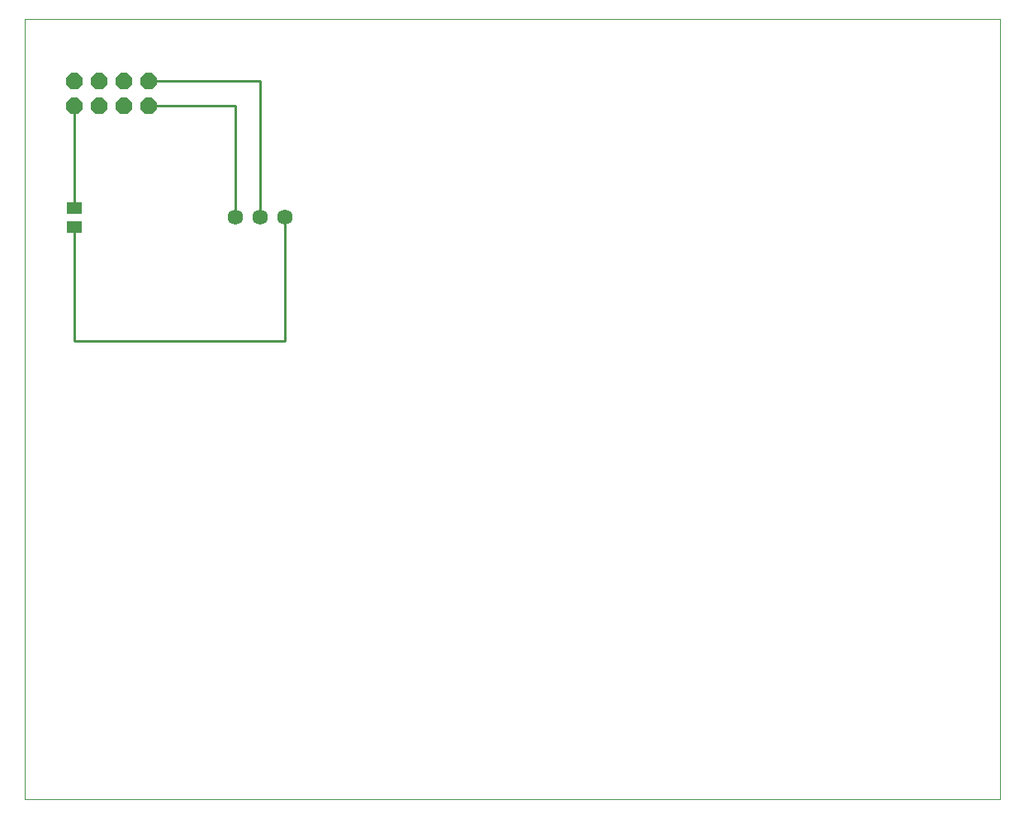
<source format=gtl>
G75*
%MOIN*%
%OFA0B0*%
%FSLAX25Y25*%
%IPPOS*%
%LPD*%
%AMOC8*
5,1,8,0,0,1.08239X$1,22.5*
%
%ADD10C,0.00000*%
%ADD11C,0.06260*%
%ADD12OC8,0.06600*%
%ADD13R,0.05906X0.05118*%
%ADD14C,0.01000*%
D10*
X0001000Y0001000D02*
X0001000Y0315961D01*
X0394701Y0315961D01*
X0394701Y0001000D01*
X0001000Y0001000D01*
D11*
X0086000Y0236000D03*
X0096000Y0236000D03*
X0106000Y0236000D03*
D12*
X0051000Y0281000D03*
X0041000Y0281000D03*
X0041000Y0291000D03*
X0051000Y0291000D03*
X0031000Y0291000D03*
X0021000Y0291000D03*
X0021000Y0281000D03*
X0031000Y0281000D03*
D13*
X0021000Y0239740D03*
X0021000Y0232260D03*
D14*
X0021000Y0186000D01*
X0106000Y0186000D01*
X0106000Y0236000D01*
X0096000Y0236000D02*
X0096000Y0291000D01*
X0051000Y0291000D01*
X0051000Y0281000D02*
X0086000Y0281000D01*
X0086000Y0236000D01*
X0021000Y0239740D02*
X0021000Y0281000D01*
M02*

</source>
